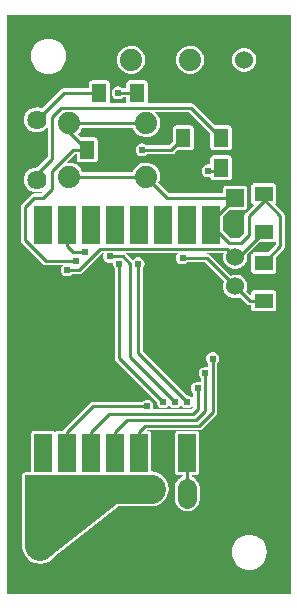
<source format=gbl>
G04 ---------------------------- Layer name :BOTTOM LAYER*
G04 EasyEDA v5.3.2, Sat, 10 Mar 2018 16:58:59 GMT*
G04 Gerber Generator version 0.2*
G04 Scale: 100 percent, Rotated: No, Reflected: No *
G04 Dimensions in millimeters *
G04 leading zeros omitted , absolute positions ,3 integer and 3 decimal *
%FSLAX33Y33*%
%MOMM*%
G90*
G71D02*

%ADD10C,0.254000*%
%ADD11C,2.540000*%
%ADD13C,0.619760*%
%ADD14C,1.016000*%
%ADD16R,1.299997X1.599997*%
%ADD23C,1.879600*%
%ADD24C,1.625600*%
%ADD25R,1.524000X1.524000*%
%ADD26C,1.524000*%
%ADD27C,1.499997*%
%ADD28C,2.459995*%
%ADD29R,1.599997X1.299997*%
%ADD30R,1.524000X3.251200*%

%LPD*%
G36*
G01X497Y500D02*
G01X497Y49502D01*
G01X24500Y49502D01*
G01X24500Y500D01*
G01X497Y500D01*
G37*

%LPC*%
G36*
G01X10922Y44493D02*
G01X11247Y44513D01*
G01X11551Y44620D01*
G01X11816Y44808D01*
G01X12024Y45062D01*
G01X12151Y45361D01*
G01X12197Y45681D01*
G01X12151Y46001D01*
G01X12024Y46301D01*
G01X11816Y46555D01*
G01X11551Y46743D01*
G01X11247Y46850D01*
G01X10922Y46870D01*
G01X10601Y46804D01*
G01X10312Y46657D01*
G01X10078Y46433D01*
G01X9906Y46159D01*
G01X9819Y45844D01*
G01X9819Y45519D01*
G01X9906Y45204D01*
G01X10078Y44930D01*
G01X10312Y44706D01*
G01X10601Y44559D01*
G01X10922Y44493D01*
G37*
G36*
G01X15717Y7454D02*
G01X15778Y7454D01*
G01X15798Y7459D01*
G01X16108Y7520D01*
G01X16129Y7526D01*
G01X16144Y7531D01*
G01X16164Y7541D01*
G01X16184Y7546D01*
G01X16200Y7561D01*
G01X16464Y7739D01*
G01X16494Y7759D01*
G01X16510Y7774D01*
G01X16530Y7805D01*
G01X16708Y8069D01*
G01X16723Y8084D01*
G01X16728Y8105D01*
G01X16738Y8125D01*
G01X16743Y8140D01*
G01X16748Y8161D01*
G01X16809Y8470D01*
G01X16809Y8481D01*
G01X16814Y8491D01*
G01X16814Y9466D01*
G01X16809Y9476D01*
G01X16809Y9486D01*
G01X16748Y9796D01*
G01X16743Y9817D01*
G01X16738Y9832D01*
G01X16728Y9852D01*
G01X16723Y9872D01*
G01X16708Y9888D01*
G01X16530Y10152D01*
G01X16510Y10182D01*
G01X16494Y10198D01*
G01X16464Y10218D01*
G01X16200Y10396D01*
G01X16184Y10411D01*
G01X16164Y10416D01*
G01X16144Y10426D01*
G01X16129Y10431D01*
G01X16129Y10528D01*
G01X16510Y10528D01*
G01X16586Y10538D01*
G01X16657Y10579D01*
G01X16713Y10634D01*
G01X16753Y10706D01*
G01X16764Y10782D01*
G01X16764Y14033D01*
G01X16753Y14109D01*
G01X16713Y14180D01*
G01X16657Y14236D01*
G01X16586Y14277D01*
G01X16510Y14287D01*
G01X14986Y14287D01*
G01X14909Y14277D01*
G01X14838Y14236D01*
G01X14782Y14180D01*
G01X14742Y14109D01*
G01X14732Y14033D01*
G01X14732Y10782D01*
G01X14742Y10706D01*
G01X14782Y10634D01*
G01X14838Y10579D01*
G01X14909Y10538D01*
G01X14986Y10528D01*
G01X15367Y10528D01*
G01X15367Y10431D01*
G01X15351Y10426D01*
G01X15331Y10416D01*
G01X15311Y10411D01*
G01X15295Y10396D01*
G01X15031Y10218D01*
G01X15001Y10198D01*
G01X14986Y10182D01*
G01X14965Y10152D01*
G01X14787Y9888D01*
G01X14772Y9872D01*
G01X14767Y9852D01*
G01X14757Y9832D01*
G01X14752Y9817D01*
G01X14747Y9796D01*
G01X14686Y9486D01*
G01X14686Y9476D01*
G01X14681Y9466D01*
G01X14681Y8491D01*
G01X14686Y8481D01*
G01X14686Y8470D01*
G01X14747Y8161D01*
G01X14752Y8140D01*
G01X14757Y8125D01*
G01X14767Y8105D01*
G01X14772Y8084D01*
G01X14787Y8069D01*
G01X14965Y7805D01*
G01X14986Y7774D01*
G01X15001Y7759D01*
G01X15031Y7739D01*
G01X15295Y7561D01*
G01X15311Y7546D01*
G01X15331Y7541D01*
G01X15351Y7531D01*
G01X15367Y7526D01*
G01X15387Y7520D01*
G01X15697Y7459D01*
G01X15717Y7454D01*
G37*
G36*
G01X20817Y2506D02*
G01X21183Y2506D01*
G01X21534Y2593D01*
G01X21854Y2760D01*
G01X22128Y3004D01*
G01X22331Y3299D01*
G01X22458Y3639D01*
G01X22504Y4000D01*
G01X22458Y4361D01*
G01X22331Y4701D01*
G01X22128Y4996D01*
G01X21854Y5240D01*
G01X21534Y5407D01*
G01X21183Y5494D01*
G01X20817Y5494D01*
G01X20467Y5407D01*
G01X20147Y5240D01*
G01X19872Y4996D01*
G01X19669Y4701D01*
G01X19542Y4361D01*
G01X19497Y4000D01*
G01X19542Y3639D01*
G01X19669Y3299D01*
G01X19872Y3004D01*
G01X20147Y2760D01*
G01X20467Y2593D01*
G01X20817Y2506D01*
G37*
G36*
G01X17967Y35481D02*
G01X19268Y35481D01*
G01X19344Y35491D01*
G01X19415Y35532D01*
G01X19471Y35587D01*
G01X19512Y35659D01*
G01X19522Y35735D01*
G01X19522Y37335D01*
G01X19512Y37411D01*
G01X19471Y37482D01*
G01X19415Y37538D01*
G01X19344Y37579D01*
G01X19268Y37589D01*
G01X17967Y37589D01*
G01X17891Y37579D01*
G01X17820Y37538D01*
G01X17764Y37482D01*
G01X17724Y37411D01*
G01X17713Y37335D01*
G01X17713Y36807D01*
G01X17698Y36817D01*
G01X17470Y36837D01*
G01X17246Y36766D01*
G01X17073Y36614D01*
G01X16977Y36400D01*
G01X16977Y36167D01*
G01X17073Y35953D01*
G01X17246Y35801D01*
G01X17470Y35730D01*
G01X17698Y35750D01*
G01X17713Y35760D01*
G01X17713Y35735D01*
G01X17724Y35659D01*
G01X17764Y35587D01*
G01X17820Y35532D01*
G01X17891Y35491D01*
G01X17967Y35481D01*
G37*
G36*
G01X11882Y37508D02*
G01X12110Y37528D01*
G01X12313Y37645D01*
G01X12339Y37680D01*
G01X14401Y37680D01*
G01X14462Y37685D01*
G01X14518Y37701D01*
G01X14574Y37721D01*
G01X14625Y37752D01*
G01X14671Y37792D01*
G01X14899Y38021D01*
G01X16068Y38021D01*
G01X16144Y38031D01*
G01X16215Y38072D01*
G01X16271Y38127D01*
G01X16311Y38199D01*
G01X16322Y38275D01*
G01X16322Y39875D01*
G01X16311Y39951D01*
G01X16271Y40022D01*
G01X16215Y40078D01*
G01X16144Y40119D01*
G01X16068Y40129D01*
G01X14767Y40129D01*
G01X14691Y40119D01*
G01X14620Y40078D01*
G01X14564Y40022D01*
G01X14523Y39951D01*
G01X14513Y39875D01*
G01X14513Y38712D01*
G01X14244Y38442D01*
G01X12339Y38442D01*
G01X12313Y38478D01*
G01X12110Y38595D01*
G01X11882Y38615D01*
G01X11658Y38544D01*
G01X11485Y38392D01*
G01X11389Y38178D01*
G01X11389Y37945D01*
G01X11485Y37731D01*
G01X11658Y37579D01*
G01X11882Y37508D01*
G37*
G36*
G01X15920Y44498D02*
G01X16245Y44518D01*
G01X16550Y44625D01*
G01X16814Y44813D01*
G01X17023Y45067D01*
G01X17150Y45366D01*
G01X17195Y45686D01*
G01X17150Y46007D01*
G01X17023Y46306D01*
G01X16814Y46560D01*
G01X16550Y46748D01*
G01X16245Y46855D01*
G01X15920Y46875D01*
G01X15600Y46809D01*
G01X15311Y46662D01*
G01X15077Y46438D01*
G01X14904Y46164D01*
G01X14818Y45849D01*
G01X14818Y45524D01*
G01X14904Y45209D01*
G01X15077Y44935D01*
G01X15311Y44711D01*
G01X15600Y44564D01*
G01X15920Y44498D01*
G37*
G36*
G01X3820Y44503D02*
G01X4185Y44503D01*
G01X4536Y44589D01*
G01X4856Y44757D01*
G01X5130Y45001D01*
G01X5334Y45295D01*
G01X5461Y45636D01*
G01X5506Y45996D01*
G01X5461Y46357D01*
G01X5334Y46697D01*
G01X5130Y46992D01*
G01X4856Y47236D01*
G01X4536Y47404D01*
G01X4185Y47490D01*
G01X3820Y47490D01*
G01X3469Y47404D01*
G01X3149Y47236D01*
G01X2875Y46992D01*
G01X2672Y46697D01*
G01X2545Y46357D01*
G01X2499Y45996D01*
G01X2545Y45636D01*
G01X2672Y45295D01*
G01X2875Y45001D01*
G01X3149Y44757D01*
G01X3469Y44589D01*
G01X3820Y44503D01*
G37*
G36*
G01X20650Y44670D02*
G01X20944Y44737D01*
G01X21209Y44889D01*
G01X21412Y45107D01*
G01X21544Y45382D01*
G01X21590Y45681D01*
G01X21544Y45981D01*
G01X21412Y46255D01*
G01X21209Y46474D01*
G01X20944Y46626D01*
G01X20650Y46692D01*
G01X20345Y46672D01*
G01X20066Y46560D01*
G01X19827Y46372D01*
G01X19659Y46123D01*
G01X19568Y45834D01*
G01X19568Y45529D01*
G01X19659Y45239D01*
G01X19827Y44991D01*
G01X20066Y44803D01*
G01X20345Y44691D01*
G01X20650Y44670D01*
G37*
G36*
G01X3307Y2999D02*
G01X3703Y3050D01*
G01X4069Y3202D01*
G01X4384Y3446D01*
G01X4490Y3589D01*
G01X9997Y7876D01*
G01X12700Y7876D01*
G01X13086Y7927D01*
G01X13441Y8074D01*
G01X13746Y8313D01*
G01X13985Y8618D01*
G01X14132Y8973D01*
G01X14183Y9359D01*
G01X14132Y9745D01*
G01X13985Y10101D01*
G01X13746Y10406D01*
G01X13441Y10645D01*
G01X13086Y10792D01*
G01X12700Y10843D01*
G01X12700Y14033D01*
G01X12689Y14109D01*
G01X12649Y14180D01*
G01X12593Y14236D01*
G01X12522Y14277D01*
G01X12446Y14287D01*
G01X12324Y14287D01*
G01X12349Y14312D01*
G01X16764Y14312D01*
G01X16824Y14317D01*
G01X16880Y14333D01*
G01X16936Y14353D01*
G01X16987Y14384D01*
G01X17033Y14424D01*
G01X18176Y15567D01*
G01X18216Y15613D01*
G01X18247Y15664D01*
G01X18267Y15720D01*
G01X18282Y15775D01*
G01X18288Y15836D01*
G01X18288Y19982D01*
G01X18415Y20165D01*
G01X18465Y20393D01*
G01X18415Y20622D01*
G01X18282Y20810D01*
G01X18079Y20927D01*
G01X17851Y20947D01*
G01X17627Y20876D01*
G01X17454Y20723D01*
G01X17358Y20510D01*
G01X17358Y20276D01*
G01X17454Y20063D01*
G01X17526Y20002D01*
G01X17526Y19631D01*
G01X17444Y19677D01*
G01X17216Y19697D01*
G01X16992Y19626D01*
G01X16819Y19474D01*
G01X16723Y19260D01*
G01X16723Y19027D01*
G01X16819Y18813D01*
G01X16891Y18752D01*
G01X16891Y18356D01*
G01X16809Y18402D01*
G01X16581Y18422D01*
G01X16357Y18351D01*
G01X16184Y18199D01*
G01X16088Y17985D01*
G01X16088Y17752D01*
G01X16184Y17538D01*
G01X16256Y17477D01*
G01X16256Y16954D01*
G01X16123Y17142D01*
G01X15920Y17259D01*
G01X15737Y17274D01*
G01X11963Y21048D01*
G01X11963Y28023D01*
G01X12090Y28206D01*
G01X12141Y28435D01*
G01X12090Y28663D01*
G01X11958Y28851D01*
G01X11755Y28968D01*
G01X11526Y28989D01*
G01X11303Y28917D01*
G01X11130Y28765D01*
G01X11120Y28750D01*
G01X10571Y29298D01*
G01X14970Y29298D01*
G01X14914Y29248D01*
G01X14818Y29034D01*
G01X14818Y28801D01*
G01X14914Y28587D01*
G01X15087Y28435D01*
G01X15311Y28364D01*
G01X15539Y28384D01*
G01X15742Y28501D01*
G01X15768Y28536D01*
G01X17236Y28536D01*
G01X18882Y26885D01*
G01X18806Y26647D01*
G01X18806Y26342D01*
G01X18897Y26052D01*
G01X19065Y25803D01*
G01X19304Y25615D01*
G01X19583Y25504D01*
G01X19888Y25483D01*
G01X20182Y25549D01*
G01X20203Y25565D01*
G01X20751Y25016D01*
G01X20797Y24975D01*
G01X20848Y24945D01*
G01X20904Y24925D01*
G01X20960Y24909D01*
G01X21021Y24904D01*
G01X21173Y24904D01*
G01X21173Y24640D01*
G01X21183Y24564D01*
G01X21224Y24493D01*
G01X21280Y24437D01*
G01X21351Y24396D01*
G01X21427Y24386D01*
G01X23027Y24386D01*
G01X23103Y24396D01*
G01X23174Y24437D01*
G01X23230Y24493D01*
G01X23271Y24564D01*
G01X23281Y24640D01*
G01X23281Y25935D01*
G01X23271Y26012D01*
G01X23230Y26083D01*
G01X23174Y26139D01*
G01X23103Y26179D01*
G01X23027Y26189D01*
G01X21427Y26189D01*
G01X21351Y26179D01*
G01X21280Y26139D01*
G01X21224Y26083D01*
G01X21183Y26012D01*
G01X21173Y25935D01*
G01X21173Y25671D01*
G01X20741Y26103D01*
G01X20782Y26195D01*
G01X20828Y26494D01*
G01X20782Y26794D01*
G01X20650Y27068D01*
G01X20447Y27287D01*
G01X20182Y27439D01*
G01X19888Y27505D01*
G01X19583Y27485D01*
G01X19425Y27424D01*
G01X17663Y29187D01*
G01X17617Y29227D01*
G01X17566Y29258D01*
G01X17510Y29278D01*
G01X17454Y29293D01*
G01X17393Y29298D01*
G01X18851Y29298D01*
G01X18806Y29146D01*
G01X18806Y28841D01*
G01X18897Y28552D01*
G01X19065Y28303D01*
G01X19304Y28115D01*
G01X19583Y28003D01*
G01X19888Y27983D01*
G01X20182Y28049D01*
G01X20447Y28201D01*
G01X20650Y28420D01*
G01X20782Y28694D01*
G01X20828Y28994D01*
G01X20802Y29161D01*
G01X21859Y30223D01*
G01X23027Y30223D01*
G01X23103Y30233D01*
G01X23174Y30274D01*
G01X23230Y30330D01*
G01X23241Y30345D01*
G01X23241Y30040D01*
G01X22595Y29390D01*
G01X21427Y29390D01*
G01X21351Y29380D01*
G01X21280Y29339D01*
G01X21224Y29283D01*
G01X21183Y29212D01*
G01X21173Y29136D01*
G01X21173Y27835D01*
G01X21183Y27759D01*
G01X21224Y27688D01*
G01X21280Y27632D01*
G01X21351Y27592D01*
G01X21427Y27581D01*
G01X23027Y27581D01*
G01X23103Y27592D01*
G01X23174Y27632D01*
G01X23230Y27688D01*
G01X23271Y27759D01*
G01X23281Y27835D01*
G01X23281Y29004D01*
G01X23891Y29613D01*
G01X23931Y29659D01*
G01X23962Y29710D01*
G01X23982Y29766D01*
G01X23997Y29822D01*
G01X24003Y29883D01*
G01X24003Y32473D01*
G01X23997Y32534D01*
G01X23982Y32590D01*
G01X23962Y32646D01*
G01X23931Y32697D01*
G01X23891Y32743D01*
G01X23164Y33469D01*
G01X23174Y33474D01*
G01X23230Y33530D01*
G01X23271Y33601D01*
G01X23281Y33677D01*
G01X23281Y34978D01*
G01X23271Y35054D01*
G01X23230Y35125D01*
G01X23174Y35181D01*
G01X23103Y35222D01*
G01X23027Y35232D01*
G01X21427Y35232D01*
G01X21351Y35222D01*
G01X21280Y35181D01*
G01X21224Y35125D01*
G01X21183Y35054D01*
G01X21173Y34978D01*
G01X21173Y33677D01*
G01X21183Y33601D01*
G01X21224Y33530D01*
G01X21280Y33474D01*
G01X21351Y33434D01*
G01X21371Y33428D01*
G01X20685Y32743D01*
G01X20645Y32697D01*
G01X20614Y32646D01*
G01X20594Y32590D01*
G01X20579Y32534D01*
G01X20574Y32473D01*
G01X20574Y30980D01*
G01X20162Y30568D01*
G01X19461Y30568D01*
G01X18796Y31234D01*
G01X18796Y32443D01*
G01X19334Y32981D01*
G01X20574Y32981D01*
G01X20650Y32992D01*
G01X20721Y33032D01*
G01X20777Y33088D01*
G01X20817Y33159D01*
G01X20828Y33235D01*
G01X20828Y34759D01*
G01X20817Y34836D01*
G01X20777Y34907D01*
G01X20721Y34963D01*
G01X20650Y35003D01*
G01X20574Y35013D01*
G01X19050Y35013D01*
G01X18973Y35003D01*
G01X18902Y34963D01*
G01X18846Y34907D01*
G01X18806Y34836D01*
G01X18796Y34759D01*
G01X18796Y34378D01*
G01X14213Y34378D01*
G01X13314Y35278D01*
G01X13401Y35481D01*
G01X13446Y35801D01*
G01X13401Y36121D01*
G01X13274Y36421D01*
G01X13065Y36675D01*
G01X12801Y36863D01*
G01X12496Y36969D01*
G01X12171Y36990D01*
G01X11851Y36923D01*
G01X11562Y36776D01*
G01X11328Y36553D01*
G01X11155Y36278D01*
G01X11130Y36182D01*
G01X6873Y36182D01*
G01X6771Y36421D01*
G01X6563Y36675D01*
G01X6299Y36863D01*
G01X5994Y36969D01*
G01X5669Y36990D01*
G01X5537Y36964D01*
G01X6253Y37680D01*
G01X6385Y37680D01*
G01X6385Y37259D01*
G01X6395Y37183D01*
G01X6436Y37111D01*
G01X6492Y37056D01*
G01X6563Y37015D01*
G01X6639Y37005D01*
G01X7940Y37005D01*
G01X8016Y37015D01*
G01X8087Y37056D01*
G01X8143Y37111D01*
G01X8183Y37183D01*
G01X8194Y37259D01*
G01X8194Y38859D01*
G01X8183Y38935D01*
G01X8143Y39006D01*
G01X8087Y39062D01*
G01X8016Y39103D01*
G01X7940Y39113D01*
G01X6776Y39113D01*
G01X6492Y39397D01*
G01X6563Y39448D01*
G01X6771Y39702D01*
G01X6873Y39941D01*
G01X11130Y39941D01*
G01X11155Y39844D01*
G01X11328Y39570D01*
G01X11562Y39347D01*
G01X11851Y39199D01*
G01X12171Y39133D01*
G01X12496Y39154D01*
G01X12801Y39260D01*
G01X13065Y39448D01*
G01X13274Y39702D01*
G01X13401Y40002D01*
G01X13446Y40322D01*
G01X13401Y40642D01*
G01X13274Y40942D01*
G01X13065Y41196D01*
G01X13009Y41236D01*
G01X15920Y41236D01*
G01X17713Y39443D01*
G01X17713Y38275D01*
G01X17724Y38199D01*
G01X17764Y38127D01*
G01X17820Y38072D01*
G01X17891Y38031D01*
G01X17967Y38021D01*
G01X19268Y38021D01*
G01X19344Y38031D01*
G01X19415Y38072D01*
G01X19471Y38127D01*
G01X19512Y38199D01*
G01X19522Y38275D01*
G01X19522Y39875D01*
G01X19512Y39951D01*
G01X19471Y40022D01*
G01X19415Y40078D01*
G01X19344Y40119D01*
G01X19268Y40129D01*
G01X18105Y40129D01*
G01X16347Y41887D01*
G01X16301Y41927D01*
G01X16250Y41958D01*
G01X16195Y41978D01*
G01X16139Y41993D01*
G01X16078Y41998D01*
G01X12395Y41998D01*
G01X12400Y42009D01*
G01X12410Y42085D01*
G01X12410Y43685D01*
G01X12400Y43761D01*
G01X12359Y43832D01*
G01X12303Y43888D01*
G01X12232Y43929D01*
G01X12156Y43939D01*
G01X10855Y43939D01*
G01X10779Y43929D01*
G01X10708Y43888D01*
G01X10652Y43832D01*
G01X10612Y43761D01*
G01X10601Y43685D01*
G01X10601Y43268D01*
G01X10307Y43268D01*
G01X10281Y43304D01*
G01X10078Y43421D01*
G01X9850Y43441D01*
G01X9626Y43370D01*
G01X9453Y43218D01*
G01X9357Y43004D01*
G01X9357Y42771D01*
G01X9453Y42557D01*
G01X9626Y42405D01*
G01X9850Y42334D01*
G01X10078Y42354D01*
G01X10281Y42471D01*
G01X10307Y42506D01*
G01X10601Y42506D01*
G01X10601Y42085D01*
G01X10612Y42009D01*
G01X10617Y41998D01*
G01X9194Y41998D01*
G01X9199Y42009D01*
G01X9210Y42085D01*
G01X9210Y43685D01*
G01X9199Y43761D01*
G01X9159Y43832D01*
G01X9103Y43888D01*
G01X9032Y43929D01*
G01X8956Y43939D01*
G01X7655Y43939D01*
G01X7579Y43929D01*
G01X7508Y43888D01*
G01X7452Y43832D01*
G01X7411Y43761D01*
G01X7401Y43685D01*
G01X7401Y43268D01*
G01X5288Y43268D01*
G01X5227Y43263D01*
G01X5171Y43248D01*
G01X5115Y43228D01*
G01X5064Y43197D01*
G01X5019Y43157D01*
G01X3434Y41572D01*
G01X3393Y41592D01*
G01X3083Y41663D01*
G01X2763Y41643D01*
G01X2468Y41526D01*
G01X2219Y41328D01*
G01X2042Y41064D01*
G01X1945Y40759D01*
G01X1945Y40444D01*
G01X2042Y40139D01*
G01X2219Y39875D01*
G01X2468Y39677D01*
G01X2763Y39560D01*
G01X3083Y39540D01*
G01X3393Y39611D01*
G01X3667Y39768D01*
G01X3886Y40002D01*
G01X3937Y40109D01*
G01X3937Y37457D01*
G01X3068Y36583D01*
G01X2763Y36563D01*
G01X2468Y36446D01*
G01X2219Y36248D01*
G01X2042Y35984D01*
G01X1945Y35679D01*
G01X1945Y35364D01*
G01X2042Y35059D01*
G01X2219Y34795D01*
G01X2468Y34597D01*
G01X2763Y34480D01*
G01X3083Y34460D01*
G01X3393Y34531D01*
G01X3667Y34688D01*
G01X3886Y34922D01*
G01X3937Y35029D01*
G01X3937Y34917D01*
G01X3398Y34378D01*
G01X2794Y34378D01*
G01X2733Y34373D01*
G01X2677Y34358D01*
G01X2621Y34338D01*
G01X2570Y34307D01*
G01X2524Y34267D01*
G01X1762Y33505D01*
G01X1722Y33459D01*
G01X1691Y33408D01*
G01X1671Y33352D01*
G01X1656Y33296D01*
G01X1651Y33235D01*
G01X1651Y30441D01*
G01X1656Y30380D01*
G01X1671Y30325D01*
G01X1691Y30269D01*
G01X1722Y30218D01*
G01X1762Y30172D01*
G01X3540Y28394D01*
G01X3586Y28354D01*
G01X3637Y28323D01*
G01X3693Y28303D01*
G01X3749Y28287D01*
G01X3810Y28282D01*
G01X5191Y28282D01*
G01X5135Y28232D01*
G01X5039Y28018D01*
G01X5039Y27785D01*
G01X5135Y27571D01*
G01X5308Y27419D01*
G01X5532Y27348D01*
G01X5760Y27368D01*
G01X5963Y27485D01*
G01X5989Y27520D01*
G01X6604Y27520D01*
G01X6664Y27525D01*
G01X6720Y27541D01*
G01X6776Y27561D01*
G01X6827Y27592D01*
G01X6873Y27632D01*
G01X8539Y29298D01*
G01X8681Y29298D01*
G01X8620Y29161D01*
G01X8620Y28928D01*
G01X8717Y28714D01*
G01X8890Y28562D01*
G01X9113Y28491D01*
G01X9342Y28511D01*
G01X9438Y28567D01*
G01X9433Y28552D01*
G01X9433Y28318D01*
G01X9530Y28105D01*
G01X9601Y28044D01*
G01X9601Y20459D01*
G01X9606Y20398D01*
G01X9621Y20342D01*
G01X9641Y20286D01*
G01X9672Y20236D01*
G01X9712Y20190D01*
G01X13167Y16736D01*
G01X13167Y16609D01*
G01X13263Y16395D01*
G01X13436Y16243D01*
G01X13660Y16172D01*
G01X13888Y16192D01*
G01X14091Y16309D01*
G01X14224Y16497D01*
G01X14229Y16512D01*
G01X14279Y16395D01*
G01X14452Y16243D01*
G01X14676Y16172D01*
G01X14904Y16192D01*
G01X15107Y16309D01*
G01X15240Y16497D01*
G01X15245Y16512D01*
G01X15295Y16395D01*
G01X15468Y16243D01*
G01X15692Y16172D01*
G01X15920Y16192D01*
G01X16123Y16309D01*
G01X16256Y16497D01*
G01X16256Y16248D01*
G01X16098Y16090D01*
G01X12806Y16090D01*
G01X12827Y16116D01*
G01X12877Y16344D01*
G01X12827Y16573D01*
G01X12694Y16761D01*
G01X12491Y16878D01*
G01X12263Y16898D01*
G01X12039Y16827D01*
G01X11922Y16725D01*
G01X7747Y16725D01*
G01X7686Y16720D01*
G01X7630Y16705D01*
G01X7574Y16685D01*
G01X7523Y16654D01*
G01X7477Y16614D01*
G01X5318Y14455D01*
G01X5278Y14409D01*
G01X5247Y14358D01*
G01X5227Y14302D01*
G01X5222Y14287D01*
G01X4826Y14287D01*
G01X4749Y14277D01*
G01X4678Y14236D01*
G01X4622Y14180D01*
G01X4582Y14109D01*
G01X4572Y14033D01*
G01X4561Y14109D01*
G01X4521Y14180D01*
G01X4465Y14236D01*
G01X4394Y14277D01*
G01X4318Y14287D01*
G01X2794Y14287D01*
G01X2717Y14277D01*
G01X2646Y14236D01*
G01X2590Y14180D01*
G01X2550Y14109D01*
G01X2540Y14033D01*
G01X2540Y10782D01*
G01X2545Y10756D01*
G01X2032Y10756D01*
G01X1955Y10746D01*
G01X1884Y10706D01*
G01X1828Y10650D01*
G01X1788Y10579D01*
G01X1778Y10502D01*
G01X1778Y4533D01*
G01X1788Y4472D01*
G01X1833Y4127D01*
G01X1986Y3761D01*
G01X2230Y3446D01*
G01X2545Y3202D01*
G01X2910Y3050D01*
G01X3307Y2999D01*
G37*

%LPD*%
G54D10*
G01X15748Y8978D02*
G01X15748Y12407D01*
G01X17907Y20396D02*
G01X17907Y15836D01*
G01X16764Y14693D01*
G01X12192Y14693D01*
G01X11684Y14185D01*
G01X11684Y12407D01*
G01X17272Y19146D02*
G01X17272Y15963D01*
G01X16510Y15201D01*
G01X10668Y15201D01*
G01X9652Y14185D01*
G01X9652Y12407D01*
G01X16637Y17868D02*
G01X16637Y16090D01*
G01X16256Y15709D01*
G01X9144Y15709D01*
G01X7620Y14185D01*
G01X7620Y12407D01*
G01X19812Y33997D02*
G01X14053Y33997D01*
G01X12250Y35801D01*
G01X5748Y40322D02*
G01X12250Y40322D01*
G01X5748Y40322D02*
G01X5748Y39603D01*
G01X7289Y38061D01*
G01X5748Y35801D02*
G01X12250Y35801D01*
G01X17526Y36283D02*
G01X18364Y36283D01*
G01X18618Y36537D01*
G01X2999Y35521D02*
G01X2999Y35981D01*
G01X4318Y37299D01*
G01X4318Y40855D01*
G01X5080Y41617D01*
G01X16078Y41617D01*
G01X18618Y39077D01*
G01X7289Y38061D02*
G01X6096Y38061D01*
G01X4318Y36283D01*
G01X4318Y34759D01*
G01X3556Y33997D01*
G01X2794Y33997D01*
G01X2032Y33235D01*
G01X2032Y30441D01*
G01X3810Y28663D01*
G01X6350Y28663D01*
G01X7112Y29425D02*
G01X6096Y29425D01*
G01X5588Y29933D01*
G01X5588Y31711D01*
G01X12319Y16344D02*
G01X7747Y16344D01*
G01X5588Y14185D01*
G01X5588Y12407D01*
G01X11938Y38061D02*
G01X14401Y38061D01*
G01X15417Y39077D01*
G01X5588Y27901D02*
G01X6604Y27901D01*
G01X8382Y29679D01*
G01X19128Y29679D01*
G01X19812Y28996D01*
G01X15367Y28917D02*
G01X17391Y28917D01*
G01X19812Y26497D01*
G01X11582Y28435D02*
G01X11582Y20891D01*
G01X15748Y16725D01*
G01X9169Y29044D02*
G01X10287Y29044D01*
G01X10922Y28409D01*
G01X10922Y20535D01*
G01X14732Y16725D01*
G01X9982Y28435D02*
G01X9982Y20459D01*
G01X13716Y16725D01*
G54D11*
G01X3304Y4526D02*
G01X3304Y6197D01*
G01X5588Y8481D01*
G54D28*
G01X12700Y9359D02*
G01X6466Y9359D01*
G01X5588Y8481D01*
G54D10*
G01X19812Y28996D02*
G01X20093Y28996D01*
G01X22225Y31127D01*
G01X22225Y34328D02*
G01X22225Y33743D01*
G01X20955Y32473D01*
G01X20955Y30822D01*
G01X20320Y30187D01*
G01X19304Y30187D01*
G01X17780Y31711D01*
G01X17780Y31711D02*
G01X17780Y31965D01*
G01X19812Y33997D01*
G01X22227Y25288D02*
G01X21021Y25288D01*
G01X19812Y26497D01*
G01X22225Y34328D02*
G01X22225Y33870D01*
G01X23622Y32473D01*
G01X23622Y29883D01*
G01X22227Y28488D01*
G01X9906Y42887D02*
G01X11506Y42887D01*
G01X8305Y42887D02*
G01X5285Y42887D01*
G01X2999Y40601D01*
G54D29*
G01X22225Y31127D03*
G01X22225Y34327D03*
G01X22227Y25288D03*
G01X22227Y28488D03*
G54D16*
G01X7290Y38061D03*
G01X10489Y38061D03*
G01X18617Y36537D03*
G01X15418Y36537D03*
G01X11505Y42887D03*
G01X8306Y42887D03*
G01X15418Y39077D03*
G01X18617Y39077D03*
G54D30*
G01X3556Y31711D03*
G01X5588Y31711D03*
G01X7620Y31711D03*
G01X9652Y31711D03*
G01X11684Y31711D03*
G01X13716Y31711D03*
G01X15748Y31711D03*
G01X17780Y31711D03*
G01X17780Y12407D03*
G01X15748Y12407D03*
G01X13716Y12407D03*
G01X11684Y12407D03*
G01X9652Y12407D03*
G01X7620Y12407D03*
G01X5588Y12407D03*
G01X3556Y12407D03*
G36*
G01X12954Y10502D02*
G01X2032Y10502D01*
G01X2032Y4533D01*
G01X4318Y3771D01*
G01X12954Y10502D01*
G37*
G54D23*
G01X3304Y4526D03*
G01X8303Y4533D03*
G01X15999Y45689D03*
G01X11000Y45681D03*
G01X5748Y40322D03*
G01X12250Y40322D03*
G01X5748Y35801D03*
G01X12250Y35801D03*
G54D24*
G01X2999Y38061D03*
G01X2999Y40601D03*
G01X2999Y35521D03*
G54D25*
G01X19812Y33997D03*
G54D26*
G01X19812Y31498D03*
G01X19812Y28996D03*
G01X19812Y26497D03*
G01X20574Y45681D03*
G01X12700Y9359D03*
G54D13*
G01X17907Y20396D03*
G01X17272Y19146D03*
G01X16637Y17868D03*
G01X17526Y36283D03*
G01X11938Y38061D03*
G01X6350Y28663D03*
G01X5588Y27901D03*
G01X7112Y29425D03*
G01X9982Y28435D03*
G01X9169Y29044D03*
G01X12319Y16344D03*
G01X9906Y42887D03*
G01X15367Y28917D03*
G01X15748Y16725D03*
G01X14732Y16725D03*
G01X13716Y16725D03*
G01X11582Y28435D03*
G54D14*
G01X18999Y41396D03*
G54D24*
G01X15748Y9436D02*
G01X15748Y8521D01*
G54D27*
G01X3837Y8481D02*
G01X7338Y8481D01*
G01X4588Y2585D02*
G01X6587Y2585D01*
G01X10287Y4926D02*
G01X10287Y6426D01*
M00*
M02*

</source>
